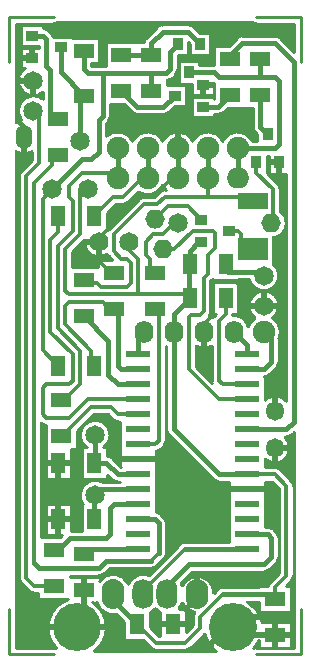
<source format=gtl>
%FSLAX25Y25*%
%MOIN*%
G70*
G01*
G75*
G04 Layer_Physical_Order=1*
G04 Layer_Color=255*
%ADD10C,0.01000*%
%ADD11R,0.03937X0.03347*%
%ADD12R,0.03937X0.03347*%
%ADD13R,0.07000X0.05000*%
%ADD14R,0.05000X0.07000*%
%ADD15R,0.10000X0.05500*%
%ADD16R,0.10000X0.07500*%
%ADD17R,0.06500X0.05000*%
%ADD18R,0.03347X0.03937*%
%ADD19R,0.03347X0.03937*%
%ADD20R,0.05000X0.06500*%
%ADD21R,0.08465X0.02362*%
%ADD22C,0.01250*%
%ADD23C,0.01500*%
%ADD24C,0.02000*%
%ADD25C,0.06500*%
%ADD26O,0.05500X0.08000*%
%ADD27O,0.06250X0.07500*%
%ADD28C,0.07500*%
%ADD29O,0.06500X0.06250*%
%ADD30O,0.06250X0.06500*%
%ADD31O,0.07500X0.07000*%
%ADD32O,0.06500X0.06250*%
%ADD33O,0.06000X0.06500*%
%ADD34O,0.07500X0.10000*%
%ADD35C,0.16000*%
%ADD36O,0.07000X0.10000*%
D10*
X613375Y333000D02*
G03*
X614071Y331321I2375J0D01*
G01*
X613375Y333000D02*
G03*
X614071Y331321I2375J0D01*
G01*
X616821Y328571D02*
G03*
X618500Y327875I1679J1679D01*
G01*
X616821Y328571D02*
G03*
X618500Y327875I1679J1679D01*
G01*
X629750Y325777D02*
G03*
X625899Y309562I3000J-9277D01*
G01*
D02*
G03*
X625000Y309750I-899J-2063D01*
G01*
X638499Y308625D02*
G03*
X642500Y316500I-5749J7875D01*
G01*
D02*
G03*
X637946Y324750I-9750J0D01*
G01*
X639459D02*
G03*
X645853Y320862I5291J1500D01*
G01*
X649835Y330846D02*
G03*
X640250Y331912I-5085J-2096D01*
G01*
X640000Y333750D02*
G03*
X641768Y334482I0J2500D01*
G01*
X640000Y333750D02*
G03*
X641768Y334482I0J2500D01*
G01*
X657321Y309571D02*
G03*
X659000Y308875I1679J1679D01*
G01*
X657321Y309571D02*
G03*
X659000Y308875I1679J1679D01*
G01*
X656747Y333856D02*
G03*
X649835Y330846I-1997J-4856D01*
G01*
X657000Y321257D02*
G03*
X658856Y322729I-2250J4743D01*
G01*
D02*
G03*
X660500Y321507I3894J3521D01*
G01*
X641171Y365000D02*
G03*
X634659Y357750I-2421J-4375D01*
G01*
X644482Y365732D02*
G03*
X646250Y365000I1768J1768D01*
G01*
X644482Y365732D02*
G03*
X646250Y365000I1768J1768D01*
G01*
X644268Y373018D02*
G03*
X642750Y373738I-1768J-1768D01*
G01*
X643750Y380625D02*
G03*
X635924Y376500I-5000J0D01*
G01*
X641576D02*
G03*
X643750Y380625I-2826J4125D01*
G01*
X644268Y373018D02*
G03*
X642750Y373738I-1768J-1768D01*
G01*
X657500Y336250D02*
G03*
X659731Y337623I0J2500D01*
G01*
X660518Y354268D02*
G03*
X659024Y354985I-1768J-1768D01*
G01*
X660518Y354268D02*
G03*
X659024Y354985I-1768J-1768D01*
G01*
X659024Y375141D02*
G03*
X660429Y375821I-274J2359D01*
G01*
X659024Y375141D02*
G03*
X660429Y375821I-274J2359D01*
G01*
X620821Y384571D02*
G03*
X622250Y383888I1679J1679D01*
G01*
X620821Y384571D02*
G03*
X622250Y383888I1679J1679D01*
G01*
X614071Y468679D02*
G03*
X613375Y467000I1679J-1679D01*
G01*
X614071Y468679D02*
G03*
X613375Y467000I1679J-1679D01*
G01*
X614182Y485675D02*
G03*
X612375Y484905I818J-4425D01*
G01*
Y475095D02*
G03*
X617625Y475095I2625J3655D01*
G01*
X618125Y493750D02*
G03*
X614182Y485675I0J-5000D01*
G01*
X615244Y502837D02*
G03*
X618125Y493750I2881J-4087D01*
G01*
X621260Y492645D02*
G03*
X618125Y493750I-3135J-3895D01*
G01*
D02*
G03*
X621260Y494855I0J5000D01*
G01*
X623028Y515508D02*
G03*
X621494Y516229I-1768J-1768D01*
G01*
X623028Y515508D02*
G03*
X621494Y516229I-1768J-1768D01*
G01*
X624823Y513423D02*
G03*
X624268Y514268I-2323J-923D01*
G01*
X624823Y513423D02*
G03*
X624268Y514268I-2323J-923D01*
G01*
X625000Y517750D02*
G03*
X626414Y518250I0J2250D01*
G01*
X635142Y445533D02*
G03*
X635125Y445125I4858J-408D01*
G01*
Y444875D02*
G03*
X642831Y440906I4875J0D01*
G01*
X643083Y448902D02*
G03*
X642750Y449150I-3083J-3777D01*
G01*
X642831Y440906D02*
G03*
X643321Y440196I2169J969D01*
G01*
X644571Y385821D02*
G03*
X646250Y385125I1679J1679D01*
G01*
X642831Y440906D02*
G03*
X643321Y440196I2169J969D01*
G01*
Y449179D02*
G03*
X643083Y448902I1679J-1679D01*
G01*
X643321Y449179D02*
G03*
X643083Y448902I1679J-1679D01*
G01*
X644571Y385821D02*
G03*
X646250Y385125I1679J1679D01*
G01*
X648125Y457625D02*
G03*
X649804Y458321I0J2375D01*
G01*
X648125Y457625D02*
G03*
X649804Y458321I0J2375D01*
G01*
X655125Y460000D02*
G03*
X653446Y459304I0J-2375D01*
G01*
X655125Y460000D02*
G03*
X653446Y459304I0J-2375D01*
G01*
X651250Y478541D02*
G03*
X642500Y480273I-5000J-2291D01*
G01*
X643018Y485107D02*
G03*
X643750Y486875I-1768J1768D01*
G01*
X643018Y485107D02*
G03*
X643750Y486875I-1768J1768D01*
G01*
X650982Y488232D02*
G03*
X652750Y487500I1768J1768D01*
G01*
X653174Y461690D02*
G03*
X661250Y463959I3076J4560D01*
G01*
Y478541D02*
G03*
X651250Y478541I-5000J-2291D01*
G01*
X650982Y488232D02*
G03*
X652750Y487500I1768J1768D01*
G01*
X655732Y513018D02*
G03*
X655013Y511500I1768J-1768D01*
G01*
X655732Y513018D02*
G03*
X655013Y511500I1768J-1768D01*
G01*
X668750Y308875D02*
G03*
X670429Y309571I0J2375D01*
G01*
X668750Y308875D02*
G03*
X670429Y309571I0J2375D01*
G01*
X666663Y322750D02*
G03*
X667761Y324685I-3913J3500D01*
G01*
Y330315D02*
G03*
X667338Y331302I-5011J-1565D01*
G01*
X667761Y324685D02*
G03*
X671957Y321557I4989J2316D01*
G01*
D02*
G03*
X671375Y320000I1793J-1558D01*
G01*
X671957Y321557D02*
G03*
X671375Y320000I1793J-1558D01*
G01*
X678250Y328000D02*
G03*
X667761Y330315I-5500J0D01*
G01*
X692500Y309750D02*
G03*
X691601Y309562I0J-2250D01*
G01*
X675234Y314375D02*
G03*
X679001Y308625I9516J2125D01*
G01*
X691601Y309562D02*
G03*
X693500Y312199I-6851J6938D01*
G01*
X694342Y318250D02*
G03*
X689526Y325000I-9592J-1750D01*
G01*
X681250Y330000D02*
G03*
X679019Y328627I0J-2500D01*
G01*
X661127Y339019D02*
G03*
X662500Y341250I-1127J2231D01*
G01*
X668750Y345000D02*
G03*
X666519Y343627I0J-2500D01*
G01*
X662500Y351250D02*
G03*
X661768Y353018I-2500J0D01*
G01*
X662500Y351250D02*
G03*
X661768Y353018I-2500J0D01*
G01*
X661679Y377071D02*
G03*
X662375Y378750I-1679J1679D01*
G01*
X661679Y377071D02*
G03*
X662375Y378750I-1679J1679D01*
G01*
X662500Y382500D02*
G03*
X663232Y380732I2500J0D01*
G01*
X662500Y382500D02*
G03*
X663232Y380732I2500J0D01*
G01*
X677625Y398750D02*
G03*
X677700Y398159I2375J0D01*
G01*
X677625Y398750D02*
G03*
X677700Y398159I2375J0D01*
G01*
X678232Y365732D02*
G03*
X680000Y365000I1768J1768D01*
G01*
X678232Y365732D02*
G03*
X680000Y365000I1768J1768D01*
G01*
X697071Y331679D02*
G03*
X696388Y330250I1679J-1679D01*
G01*
X697071Y331679D02*
G03*
X696388Y330250I1679J-1679D01*
G01*
X695000Y335000D02*
G03*
X696768Y335732I0J2500D01*
G01*
X695000Y335000D02*
G03*
X696768Y335732I0J2500D01*
G01*
X698018Y349268D02*
G03*
X696250Y350000I-1768J-1768D01*
G01*
X698018Y349268D02*
G03*
X696250Y350000I-1768J-1768D01*
G01*
X699268Y338232D02*
G03*
X700000Y340000I-1768J1768D01*
G01*
X699268Y338232D02*
G03*
X700000Y340000I-1768J1768D01*
G01*
Y346250D02*
G03*
X699268Y348018I-2500J0D01*
G01*
X700000Y346250D02*
G03*
X699268Y348018I-2500J0D01*
G01*
X704179Y332071D02*
G03*
X704875Y333750I-1679J1679D01*
G01*
X704179Y332071D02*
G03*
X704875Y333750I-1679J1679D01*
G01*
X695441Y372592D02*
G03*
X703500Y376000I3309J3408D01*
G01*
X695000Y400000D02*
G03*
X695441Y400039I0J2500D01*
G01*
X695000Y400000D02*
G03*
X695441Y400039I0J2500D01*
G01*
D02*
G03*
X696768Y400732I-441J2461D01*
G01*
X695441Y400039D02*
G03*
X696768Y400732I-441J2461D01*
G01*
X702500Y391915D02*
G03*
X695441Y392408I-3750J-2915D01*
G01*
X700429Y369179D02*
G03*
X698750Y369875I-1679J-1679D01*
G01*
X700429Y369179D02*
G03*
X698750Y369875I-1679J-1679D01*
G01*
X704875Y363750D02*
G03*
X704179Y365429I-2375J0D01*
G01*
X704875Y363750D02*
G03*
X704179Y365429I-2375J0D01*
G01*
X699268Y403232D02*
G03*
X700000Y405000I-1768J1768D01*
G01*
X699268Y403232D02*
G03*
X700000Y405000I-1768J1768D01*
G01*
X703500Y376500D02*
G03*
X701961Y380000I-4750J0D01*
G01*
X702500D02*
G03*
X704268Y380732I0J2500D01*
G01*
X702500Y380000D02*
G03*
X704268Y380732I0J2500D01*
G01*
X661875Y462375D02*
G03*
X660196Y461679I0J-2375D01*
G01*
X661875Y462375D02*
G03*
X660196Y461679I0J-2375D01*
G01*
X661250Y463959D02*
G03*
X662347Y462375I5000J2291D01*
G01*
X672375Y410267D02*
G03*
X677625Y410267I2625J4108D01*
G01*
X671250Y478541D02*
G03*
X661250Y478541I-5000J-2291D01*
G01*
X681250D02*
G03*
X671250Y478541I-5000J-2291D01*
G01*
X661526Y487500D02*
G03*
X663293Y488232I0J2500D01*
G01*
X661526Y487500D02*
G03*
X663293Y488232I0J2500D01*
G01*
X677791Y419622D02*
G03*
X676684Y420200I-2791J-3997D01*
G01*
D02*
G03*
X677375Y421875I-1684J1675D01*
G01*
X676684Y420200D02*
G03*
X677375Y421875I-1684J1675D01*
G01*
X678321Y420429D02*
G03*
X677791Y419622I1679J-1679D01*
G01*
X678321Y420429D02*
G03*
X677791Y419622I1679J-1679D01*
G01*
X679760Y487510D02*
G03*
X681528Y488242I0J2500D01*
G01*
X679760Y487510D02*
G03*
X681528Y488242I0J2500D01*
G01*
X662750Y498763D02*
G03*
X664268Y499482I-250J2488D01*
G01*
X662750Y498763D02*
G03*
X664268Y499482I-250J2488D01*
G01*
X665518Y500732D02*
G03*
X666250Y502500I-1768J1768D01*
G01*
X665518Y500732D02*
G03*
X666250Y502500I-1768J1768D01*
G01*
X661250Y517500D02*
G03*
X659482Y516768I0J-2500D01*
G01*
X661250Y517500D02*
G03*
X659482Y516768I0J-2500D01*
G01*
X671482D02*
G03*
X669714Y517500I-1768J-1768D01*
G01*
X671482Y516768D02*
G03*
X669714Y517500I-1768J-1768D01*
G01*
X689761Y416674D02*
G03*
X684568Y420481I-4761J-1049D01*
G01*
D02*
G03*
X684625Y421000I-2317J519D01*
G01*
X684568Y420481D02*
G03*
X684625Y421000I-2317J519D01*
G01*
X700500Y415000D02*
G03*
X697897Y419675I-5500J0D01*
G01*
X692103D02*
G03*
X689761Y416674I2897J-4675D01*
G01*
X695000Y428750D02*
G03*
X692103Y419675I0J-5000D01*
G01*
X697897D02*
G03*
X700000Y423750I-2897J4075D01*
G01*
D02*
G03*
X695000Y428750I-5000J0D01*
G01*
X690159Y432500D02*
G03*
X695000Y428750I4841J1250D01*
G01*
D02*
G03*
X700000Y433750I0J5000D01*
G01*
D02*
G03*
X698000Y437750I-5000J0D01*
G01*
X700000Y412709D02*
G03*
X700500Y415000I-5000J2291D01*
G01*
X698000Y446389D02*
G03*
X702500Y451250I-375J4861D01*
G01*
X691149Y478750D02*
G03*
X681250Y478541I-4899J-2500D01*
G01*
X691250Y483474D02*
G03*
X691982Y481707I2500J0D01*
G01*
X691250Y483474D02*
G03*
X691982Y481707I2500J0D01*
G01*
X687750Y513750D02*
G03*
X685982Y513018I0J-2500D01*
G01*
X687750Y513750D02*
G03*
X685982Y513018I0J-2500D01*
G01*
X691086Y518250D02*
G03*
X692500Y517750I1414J1750D01*
G01*
X700500Y462500D02*
G03*
X699804Y464179I-2375J0D01*
G01*
X702500Y451250D02*
G03*
X700500Y455187I-4875J0D01*
G01*
Y462500D02*
G03*
X699804Y464179I-2375J0D01*
G01*
X700518Y513018D02*
G03*
X698750Y513750I-1768J-1768D01*
G01*
X700518Y513018D02*
G03*
X698750Y513750I-1768J-1768D01*
G01*
X610000Y520000D02*
X625000D01*
X610000Y505000D02*
Y520000D01*
X707500Y505000D02*
Y520000D01*
X692500D02*
X707500D01*
X692500Y307500D02*
X707500D01*
Y322500D01*
X610000Y307500D02*
Y322500D01*
Y307500D02*
X625000D01*
X612375Y314000D02*
X623326D01*
X612375Y316000D02*
X623013D01*
X612375Y315000D02*
X623116D01*
X612375Y317000D02*
X623013D01*
X612375Y326000D02*
X619750D01*
X612375Y327000D02*
X619750D01*
X612375Y328000D02*
X617740D01*
X612375Y330000D02*
X615391D01*
X612375Y329000D02*
X616391D01*
X614000Y309750D02*
Y331394D01*
X615000Y309750D02*
Y330391D01*
X616000Y309750D02*
Y329391D01*
X614071Y331321D02*
X616821Y328571D01*
X612375Y309750D02*
X625000D01*
X612375Y311000D02*
X624699D01*
X612375Y310000D02*
X625483D01*
X612375Y312000D02*
X624101D01*
X612375Y318000D02*
X623116D01*
X612375Y313000D02*
X623650D01*
X612375Y319000D02*
X623326D01*
X612375Y320000D02*
X623650D01*
X612375Y321000D02*
X624101D01*
X612375Y322000D02*
X624699D01*
X612375Y323000D02*
X625483D01*
X612375Y324000D02*
X626520D01*
X612375Y325000D02*
X627974D01*
X612375Y333000D02*
X613375D01*
X612375Y334000D02*
X613375D01*
X612375Y335000D02*
X613375D01*
X612375Y336000D02*
X613375D01*
X612375Y337000D02*
X613375D01*
X612375Y338000D02*
X613375D01*
X612375Y339000D02*
X613375D01*
X612375Y340000D02*
X613375D01*
X612375Y341000D02*
X613375D01*
X612375Y342000D02*
X613375D01*
X612375Y343000D02*
X613375D01*
X612375Y344000D02*
X613375D01*
X612375Y345000D02*
X613375D01*
X612375Y331000D02*
X614391D01*
X612375Y346000D02*
X613375D01*
X612375Y332000D02*
X613596D01*
X612375Y347000D02*
X613375D01*
X612375Y348000D02*
X613375D01*
X612375Y349000D02*
X613375D01*
X612375Y350000D02*
X613375D01*
X612375Y351000D02*
X613375D01*
X612375Y352000D02*
X613375D01*
X612375Y353000D02*
X613375D01*
X612375Y354000D02*
X613375D01*
X620000Y309750D02*
Y326000D01*
X621000Y309750D02*
Y326000D01*
X622000Y309750D02*
Y326000D01*
X623000Y309750D02*
Y316500D01*
Y326000D01*
X624000Y309750D02*
Y312199D01*
X617000Y309750D02*
Y328409D01*
X618000Y309750D02*
Y327928D01*
X619000Y309750D02*
Y327875D01*
X619750Y326000D02*
Y327875D01*
X618500D02*
X619750D01*
X624000Y320801D02*
Y326000D01*
X625000Y309750D02*
Y310584D01*
Y322416D02*
Y326000D01*
X626000Y323536D02*
Y326000D01*
X627000Y324374D02*
Y326000D01*
X619750D02*
X629750D01*
X628000Y325015D02*
Y326000D01*
X629000Y325500D02*
Y326000D01*
X630250Y333250D02*
Y333750D01*
X631000Y333250D02*
Y333750D01*
X620750Y346500D02*
X626965D01*
X623000D02*
Y347250D01*
X624000Y346500D02*
Y347250D01*
X625000Y346500D02*
Y347250D01*
X626000Y346500D02*
Y347250D01*
X627000Y346535D02*
Y347250D01*
X620750Y348000D02*
X622250D01*
X620750Y349000D02*
X622250D01*
X620750Y350000D02*
X622250D01*
X620750Y351000D02*
X622250D01*
X620750Y352000D02*
X622250D01*
X620750Y353000D02*
X622250D01*
X626965Y346500D02*
X627714Y347250D01*
X620750Y347000D02*
X627464D01*
X622250Y347250D02*
X627714D01*
X632000Y333250D02*
Y333750D01*
X633000Y333250D02*
Y333750D01*
X634000Y333250D02*
Y333750D01*
X630750Y348750D02*
X634250D01*
X630750Y349000D02*
X634250D01*
X630750Y350000D02*
X634250D01*
X630750Y351000D02*
X634250D01*
X630750Y352000D02*
X634250D01*
X630750Y353000D02*
X634250D01*
X612375Y355000D02*
X613375D01*
X612375Y356000D02*
X613375D01*
X612375Y357000D02*
X613375D01*
X612375Y358000D02*
X613375D01*
X612375Y359000D02*
X613375D01*
X612375Y360000D02*
X613375D01*
X612375Y361000D02*
X613375D01*
X612375Y362000D02*
X613375D01*
X612375Y363000D02*
X613375D01*
X612375Y309750D02*
Y475095D01*
X613000Y309750D02*
Y474719D01*
X613375Y333000D02*
Y467000D01*
X612375Y364000D02*
X613375D01*
X620750Y354000D02*
X622250D01*
X620750Y355000D02*
X622250D01*
X620750Y356000D02*
X622250D01*
X620750Y357000D02*
X622250D01*
X620750Y359000D02*
X634021D01*
X620750Y358000D02*
X634494D01*
X620750Y360000D02*
X633789D01*
X612375Y365000D02*
X613375D01*
X612375Y366000D02*
X613375D01*
X620750Y361000D02*
X633764D01*
X620750Y362000D02*
X633943D01*
X620750Y366000D02*
X622250D01*
X620750Y363000D02*
X634350D01*
X612375Y367000D02*
X613375D01*
X612375Y368000D02*
X613375D01*
X612375Y369000D02*
X613375D01*
X612375Y370000D02*
X613375D01*
X612375Y371000D02*
X613375D01*
X612375Y372000D02*
X613375D01*
X612375Y373000D02*
X613375D01*
X612375Y374000D02*
X613375D01*
X612375Y375000D02*
X613375D01*
X612375Y376000D02*
X613375D01*
X612375Y377000D02*
X613375D01*
X612375Y378000D02*
X613375D01*
X612375Y379000D02*
X613375D01*
X620750Y367000D02*
X622250D01*
X620750Y368000D02*
X622250D01*
X620750Y369000D02*
X622250D01*
X620750Y370000D02*
X622250D01*
X620750Y371000D02*
X622250D01*
X620750Y372000D02*
X622250D01*
X620750Y373000D02*
X622250D01*
X612375Y380000D02*
X613375D01*
X620750Y374000D02*
X622250D01*
X620750Y375000D02*
X622250D01*
X620750Y376000D02*
X622250D01*
X620750Y377000D02*
X622250D01*
X620750Y378000D02*
X622250D01*
Y347250D02*
Y357750D01*
X623000D02*
Y366000D01*
X624000Y357750D02*
Y366000D01*
X625000Y357750D02*
Y366000D01*
X626000Y357750D02*
Y366000D01*
X620750Y346500D02*
Y384641D01*
X621000Y346500D02*
Y384409D01*
X622000Y346500D02*
Y383928D01*
X627000Y357750D02*
Y366000D01*
X628000Y357750D02*
Y366000D01*
X629000Y357750D02*
Y366000D01*
X630000Y357750D02*
Y366000D01*
X630750Y354000D02*
X634250D01*
X622250Y357750D02*
X630750D01*
Y355000D02*
X634250D01*
X630750Y348750D02*
Y357750D01*
Y356000D02*
X634250D01*
X630750Y357000D02*
X634250D01*
X631000Y348750D02*
Y376000D01*
X622250Y366000D02*
X630750D01*
X632000Y348750D02*
Y376000D01*
X633000Y348750D02*
Y382141D01*
X634000Y348750D02*
Y359064D01*
Y362186D02*
Y379064D01*
X634250Y348750D02*
Y357750D01*
X622250Y366000D02*
X630750D01*
X622250D02*
Y376000D01*
X630750Y366000D02*
Y376000D01*
X622250D02*
Y376500D01*
Y376000D02*
Y376500D01*
X620750Y379000D02*
X622250D01*
X630750Y376000D02*
X632750D01*
X630750D02*
X632750D01*
X622250Y376500D02*
Y383888D01*
X632750Y376000D02*
Y381891D01*
X630750Y366000D02*
X634250D01*
X630750Y367000D02*
X634250D01*
X630750Y368000D02*
X634250D01*
X630750Y369000D02*
X634250D01*
X630750Y370000D02*
X634250D01*
X630750Y371000D02*
X634250D01*
X630750Y372000D02*
X634250D01*
X630750Y373000D02*
X634250D01*
X630750Y374000D02*
X634250D01*
X630750Y375000D02*
X634250D01*
Y366000D02*
Y376500D01*
X632750Y376000D02*
X634250D01*
X632750Y379000D02*
X634021D01*
X632750Y378000D02*
X634494D01*
X639000Y308625D02*
Y309017D01*
X640000Y308625D02*
Y309981D01*
X641000Y308625D02*
Y311304D01*
X642000Y308625D02*
Y313418D01*
X641000Y321696D02*
Y322227D01*
X643000Y308625D02*
Y321036D01*
X644000Y308625D02*
Y320801D01*
X642000Y319582D02*
Y321487D01*
X641399Y321000D02*
X643111D01*
X638499Y308625D02*
X679001D01*
X640017Y310000D02*
X656891D01*
X638980Y309000D02*
X658240D01*
X640801Y311000D02*
X655891D01*
X641850Y313000D02*
X648500D01*
X641399Y312000D02*
X654891D01*
X642174Y314000D02*
X648500D01*
X641850Y320000D02*
X646714D01*
X642384Y315000D02*
X648500D01*
X642487Y316000D02*
X648500D01*
X642487Y317000D02*
X648500D01*
X642174Y319000D02*
X647715D01*
X642384Y318000D02*
X648500D01*
X638980Y324000D02*
X639731D01*
X637946Y324750D02*
X639459D01*
X640000Y323019D02*
Y323477D01*
X639000Y323983D02*
Y324750D01*
X640250Y331912D02*
Y333250D01*
X635000D02*
Y333750D01*
X636000Y333250D02*
Y333750D01*
X630250D02*
X640000D01*
X637000Y333250D02*
Y333750D01*
X638000Y333250D02*
Y333750D01*
X639000Y333250D02*
Y333750D01*
X640000Y333250D02*
Y333750D01*
X630250Y333250D02*
X640250D01*
Y333000D02*
X641259D01*
X640801Y322000D02*
X641259D01*
X641000Y332773D02*
Y333959D01*
X641090Y334000D02*
X643111D01*
X641768Y334482D02*
X643536Y336250D01*
X642000Y333513D02*
Y334715D01*
X643000Y333964D02*
Y335715D01*
X642285Y335000D02*
X657891D01*
X643286Y336000D02*
X658891D01*
X649000Y308625D02*
Y312250D01*
X650000Y308625D02*
Y312250D01*
X651000Y308625D02*
Y312250D01*
X652000Y308625D02*
Y312250D01*
X653000Y308625D02*
Y312250D01*
X655000Y308625D02*
Y311891D01*
X645000Y308625D02*
Y320756D01*
X646000Y308625D02*
Y320714D01*
X647000Y308625D02*
Y319714D01*
X648000Y308625D02*
Y318714D01*
X654000Y308625D02*
Y312250D01*
X648500D02*
Y318215D01*
Y312250D02*
X654641D01*
X656000Y308625D02*
Y310891D01*
X657000Y308625D02*
Y309891D01*
X658000Y308625D02*
Y309096D01*
X659000Y308875D02*
X668750D01*
X654641Y312250D02*
X657321Y309571D01*
X657000Y316609D02*
Y321257D01*
Y316609D02*
X659984Y313625D01*
X659000Y314609D02*
Y322576D01*
X658609Y315000D02*
X660500D01*
X658000Y315609D02*
Y321877D01*
X657609Y316000D02*
X660500D01*
X645853Y320862D02*
X648500Y318215D01*
X644000Y334199D02*
Y336250D01*
X645000Y334244D02*
Y336250D01*
X649187Y332000D02*
X650442D01*
X648241Y333000D02*
X651350D01*
X646389Y334000D02*
X653149D01*
X648000Y333187D02*
Y336250D01*
X646000Y334106D02*
Y336250D01*
X647000Y333769D02*
Y336250D01*
X649000Y332241D02*
Y336250D01*
X650000Y331236D02*
Y336250D01*
X651000Y332674D02*
Y336250D01*
X652000Y333472D02*
Y336250D01*
X657000Y317000D02*
X660500D01*
X657000Y318000D02*
X660500D01*
X657000Y319000D02*
X660500D01*
X657000Y316609D02*
Y321257D01*
Y320000D02*
X660500D01*
X658150Y322000D02*
X659668D01*
X657000Y321000D02*
X660500D01*
X653000Y333950D02*
Y336250D01*
X654000Y334196D02*
Y336250D01*
X655000Y334244D02*
Y336250D01*
X656351Y334000D02*
X656891D01*
X620750Y364000D02*
X635061D01*
X620750Y365000D02*
X636329D01*
X634250Y357750D02*
X634659D01*
X635000Y363932D02*
Y366000D01*
X636000Y364801D02*
Y366000D01*
X637000Y365309D02*
Y366000D01*
X638000Y365568D02*
Y366000D01*
X639000Y365619D02*
Y366000D01*
X641000Y365090D02*
Y366000D01*
X642000Y365000D02*
Y366000D01*
X640000Y365466D02*
Y366000D01*
X643000Y365000D02*
Y367214D01*
X643536Y336250D02*
X657500D01*
X641171Y365000D02*
X646250D01*
X641171D02*
X646250D01*
X645000D02*
Y365335D01*
X646250Y365000D02*
X647059D01*
X646250D02*
X647059D01*
X634250Y366000D02*
X642750D01*
X634250D02*
X642750D01*
X644214D01*
X644000Y365000D02*
Y366214D01*
X642750Y367464D02*
X644482Y365732D01*
X642750Y367000D02*
X643215D01*
X634250Y376500D02*
X635924D01*
X641576D02*
X642750D01*
Y366000D02*
Y367464D01*
Y373738D02*
Y376500D01*
X635000D02*
Y377318D01*
X632750Y377000D02*
X635306D01*
X643000Y373699D02*
Y377991D01*
X644000Y373250D02*
Y386391D01*
X642000Y376500D02*
Y376825D01*
X642750Y374000D02*
X647059D01*
X642750Y375000D02*
X647059D01*
X644268Y373018D02*
X647059Y370227D01*
X646285Y371000D02*
X647059D01*
X645286Y372000D02*
X647059D01*
X644285Y373000D02*
X647059D01*
X642750Y376000D02*
X647059D01*
X642194Y377000D02*
X647059D01*
X643006Y378000D02*
X647059D01*
X646000Y371286D02*
Y385138D01*
X647000Y370286D02*
Y385125D01*
X645000Y372286D02*
Y385481D01*
X643479Y379000D02*
X647059D01*
X656000Y334099D02*
Y336250D01*
X657000Y334109D02*
Y336250D01*
X658000Y335109D02*
Y336300D01*
X659000Y336109D02*
Y336750D01*
X659024Y354985D02*
Y355431D01*
Y354985D02*
Y355431D01*
Y360431D01*
X659024Y359569D02*
Y360431D01*
Y364569D01*
Y365431D01*
Y364569D02*
Y365431D01*
X656747Y333856D02*
X666519Y343627D01*
X659024Y355000D02*
X683476D01*
X659024Y356000D02*
X683476D01*
X659024Y357000D02*
X683476D01*
X659024Y358000D02*
X683476D01*
X659024Y359000D02*
X683476D01*
X659024Y360000D02*
X683476D01*
X659024Y361000D02*
X683476D01*
X659024Y362000D02*
X683476D01*
X659024Y363000D02*
X683476D01*
X659024Y365000D02*
X680000D01*
X659024Y364000D02*
X683476D01*
X647059Y370227D02*
X647286Y370000D01*
X659024Y365431D02*
Y369569D01*
Y370431D01*
Y369569D02*
Y370431D01*
X647059D02*
Y374569D01*
Y375431D01*
Y374569D02*
Y375431D01*
Y379569D01*
X659024Y370431D02*
Y374569D01*
X647059Y379569D02*
Y380431D01*
Y379569D02*
Y380431D01*
X659024Y366000D02*
X677964D01*
X659024Y368000D02*
X675964D01*
X659024Y367000D02*
X676965D01*
X659024Y370000D02*
X673965D01*
X659024Y369000D02*
X674965D01*
X659024Y372000D02*
X671965D01*
X659024Y371000D02*
X672964D01*
X659024Y373000D02*
X670964D01*
X659024Y375000D02*
X668964D01*
X659024Y374000D02*
X669965D01*
X659024Y374569D02*
Y375141D01*
Y374569D02*
Y375141D01*
X612375Y381000D02*
X613375D01*
X612375Y382000D02*
X613375D01*
X612375Y383000D02*
X613375D01*
X612375Y384000D02*
X613375D01*
X612375Y385000D02*
X613375D01*
X612375Y386000D02*
X613375D01*
X612375Y387000D02*
X613375D01*
X612375Y388000D02*
X613375D01*
X612375Y389000D02*
X613375D01*
X612375Y390000D02*
X613375D01*
X612375Y391000D02*
X613375D01*
X612375Y392000D02*
X613375D01*
X612375Y393000D02*
X613375D01*
X612375Y394000D02*
X613375D01*
X612375Y395000D02*
X613375D01*
X612375Y396000D02*
X613375D01*
X612375Y397000D02*
X613375D01*
X612375Y398000D02*
X613375D01*
X612375Y399000D02*
X613375D01*
X612375Y400000D02*
X613375D01*
X612375Y401000D02*
X613375D01*
X612375Y402000D02*
X613375D01*
X612375Y403000D02*
X613375D01*
X612375Y404000D02*
X613375D01*
X612375Y405000D02*
X613375D01*
X612375Y406000D02*
X613375D01*
X612375Y407000D02*
X613375D01*
X612375Y408000D02*
X613375D01*
X612375Y409000D02*
X613375D01*
X612375Y410000D02*
X613375D01*
X612375Y411000D02*
X613375D01*
X612375Y412000D02*
X613375D01*
X612375Y413000D02*
X613375D01*
X612375Y414000D02*
X613375D01*
X612375Y415000D02*
X613375D01*
X612375Y416000D02*
X613375D01*
X612375Y417000D02*
X613375D01*
X612375Y418000D02*
X613375D01*
X612375Y419000D02*
X613375D01*
X612375Y420000D02*
X613375D01*
X612375Y421000D02*
X613375D01*
X612375Y422000D02*
X613375D01*
X612375Y423000D02*
X613375D01*
X612375Y424000D02*
X613375D01*
X612375Y425000D02*
X613375D01*
X612375Y426000D02*
X613375D01*
X612375Y427000D02*
X613375D01*
X612375Y428000D02*
X613375D01*
X612375Y429000D02*
X613375D01*
X612375Y430000D02*
X613375D01*
X612375Y431000D02*
X613375D01*
X612375Y432000D02*
X613375D01*
X612375Y433000D02*
X613375D01*
X612375Y434000D02*
X613375D01*
X612375Y435000D02*
X613375D01*
X612375Y436000D02*
X613375D01*
X612375Y437000D02*
X613375D01*
X612375Y438000D02*
X613375D01*
X612375Y439000D02*
X613375D01*
X612375Y440000D02*
X613375D01*
X612375Y441000D02*
X613375D01*
X612375Y442000D02*
X613375D01*
X612375Y443000D02*
X613375D01*
X612375Y444000D02*
X613375D01*
X612375Y445000D02*
X613375D01*
X620750Y380000D02*
X622250D01*
X620750Y381000D02*
X622250D01*
X620750Y382000D02*
X622250D01*
X632750Y380000D02*
X633789D01*
X632750Y381000D02*
X633764D01*
X632859Y382000D02*
X633943D01*
X620750Y383000D02*
X622250D01*
X620750Y384000D02*
X621740D01*
X631125Y436500D02*
Y441516D01*
X632000Y436500D02*
Y442391D01*
X633000Y436500D02*
Y443391D01*
X612375Y446000D02*
X613375D01*
X612375Y447000D02*
X613375D01*
X612375Y448000D02*
X613375D01*
X612375Y449000D02*
X613375D01*
X612375Y450000D02*
X613375D01*
X612375Y451000D02*
X613375D01*
X612375Y452000D02*
X613375D01*
X612375Y453000D02*
X613375D01*
X612375Y454000D02*
X613375D01*
X612375Y455000D02*
X613375D01*
X612375Y456000D02*
X613375D01*
X612375Y457000D02*
X613375D01*
X612375Y458000D02*
X613375D01*
X612375Y459000D02*
X613375D01*
X612375Y460000D02*
X613375D01*
X612375Y461000D02*
X613375D01*
X612375Y462000D02*
X613375D01*
X612375Y463000D02*
X613375D01*
X612375Y464000D02*
X613375D01*
X612375Y465000D02*
X613375D01*
X612375Y466000D02*
X613375D01*
X612375Y467000D02*
X613375D01*
X612375Y468000D02*
X613596D01*
X612375Y469000D02*
X614391D01*
X612375Y470000D02*
X615391D01*
X612375Y487000D02*
X613441D01*
X612375Y486000D02*
X613949D01*
X614000Y468606D02*
Y474363D01*
X612375Y488000D02*
X613182D01*
X612375Y489000D02*
X613131D01*
X612375Y490000D02*
X613284D01*
X612375Y497000D02*
X613441D01*
X612375Y491000D02*
X613660D01*
X612375Y484905D02*
Y517750D01*
X613000Y485281D02*
Y517750D01*
X612375Y498000D02*
X613182D01*
X614000Y491576D02*
Y495924D01*
X612375Y471000D02*
X616391D01*
X612375Y472000D02*
X617391D01*
X612375Y473000D02*
X617625D01*
X614071Y468679D02*
X617625Y472234D01*
X612375Y474000D02*
X617625D01*
X612375Y492000D02*
X614325D01*
X612375Y493000D02*
X615491D01*
X612375Y494000D02*
X616564D01*
X612375Y496000D02*
X613949D01*
X612375Y495000D02*
X614818D01*
X612375Y499000D02*
X613131D01*
X612375Y500000D02*
X613284D01*
X612375Y501000D02*
X613660D01*
X612375Y503000D02*
X614057D01*
X612375Y504000D02*
X614057D01*
X612375Y505000D02*
X614057D01*
X612375Y506000D02*
X614057D01*
X612375Y507000D02*
X614057D01*
X612375Y508000D02*
X614057D01*
Y502837D02*
Y509683D01*
X612375Y509000D02*
X614057D01*
X614057Y510317D02*
Y517163D01*
X612375Y511000D02*
X614057D01*
X612375Y502000D02*
X614325D01*
X612375Y510000D02*
X620000D01*
X614057Y502837D02*
X615244D01*
X614057Y509683D02*
X620000D01*
X614057Y510317D02*
X620000D01*
X612375Y512000D02*
X614057D01*
X612375Y513000D02*
X614057D01*
X612375Y514000D02*
X614057D01*
X612375Y515000D02*
X614057D01*
X612375Y516000D02*
X614057D01*
X612375Y517000D02*
X614057D01*
X612375Y517750D02*
X625000D01*
X615000Y469609D02*
Y474250D01*
X616000Y470609D02*
Y474363D01*
X617000Y471609D02*
Y474719D01*
X616000Y493276D02*
Y494224D01*
X617625Y472234D02*
Y475095D01*
X615000Y492653D02*
Y494847D01*
X614000Y501576D02*
Y517750D01*
X615000Y509683D02*
Y510317D01*
X616000Y509683D02*
Y510317D01*
X617000Y509683D02*
Y510317D01*
X618000Y509683D02*
Y510317D01*
X620000Y493385D02*
Y494115D01*
X619686Y494000D02*
X621260D01*
Y492645D02*
Y494855D01*
X621000Y492841D02*
Y494659D01*
X620759Y493000D02*
X621260D01*
X619000Y509683D02*
Y510317D01*
X620000Y509683D02*
Y510317D01*
Y509683D02*
Y510317D01*
X630943Y513000D02*
Y513423D01*
X631000Y513000D02*
Y518250D01*
X614057Y517163D02*
X621494D01*
X615000D02*
Y517750D01*
X616000Y517163D02*
Y517750D01*
X621494Y516229D02*
Y517163D01*
X617000D02*
Y517750D01*
X618000Y517163D02*
Y517750D01*
X619000Y517163D02*
Y517750D01*
X622000Y516128D02*
Y517750D01*
X623000Y515535D02*
Y517750D01*
X620000Y517163D02*
Y517750D01*
X621000Y517163D02*
Y517750D01*
X624000Y514536D02*
Y517750D01*
X623028Y515508D02*
X624268Y514268D01*
X624823Y513423D02*
X630943D01*
X625000D02*
Y517750D01*
X626000Y513423D02*
Y517984D01*
X627000Y513423D02*
Y518250D01*
X628000Y513423D02*
Y518250D01*
X632000Y513000D02*
Y518250D01*
X633000Y513000D02*
Y518250D01*
X629000Y513423D02*
Y518250D01*
X630000Y513423D02*
Y518250D01*
X634000Y382186D02*
Y383141D01*
X633859Y383000D02*
X634350D01*
X635859Y385000D02*
X636329D01*
X636000Y384801D02*
Y385141D01*
X637000Y385309D02*
Y386141D01*
X638000Y385568D02*
Y387141D01*
X632750Y381891D02*
X638359Y387500D01*
X634000Y436500D02*
Y444391D01*
X635000Y436500D02*
Y445391D01*
X636000Y436500D02*
Y442088D01*
X639000Y385619D02*
Y387500D01*
X637000Y436500D02*
Y441032D01*
X638000Y436500D02*
Y440429D01*
X640000Y385466D02*
Y387500D01*
X637859Y387000D02*
X643391D01*
X636859Y386000D02*
X644391D01*
X643000Y383259D02*
Y387391D01*
X642439Y384000D02*
X647059D01*
X641171Y385000D02*
X647059D01*
X638359Y387500D02*
X642891D01*
X631125Y436500D02*
X639750D01*
X631125Y437000D02*
X639750D01*
X641000Y385090D02*
Y387500D01*
X642000Y384425D02*
Y387500D01*
X639000Y436500D02*
Y440104D01*
X639750Y436500D02*
Y439000D01*
X631125Y438000D02*
X639750D01*
X631125Y439000D02*
X639750D01*
X631125Y440000D02*
X640000D01*
Y439000D02*
Y440000D01*
X631125Y441000D02*
X637042D01*
X641000Y439000D02*
Y440104D01*
X631125Y441516D02*
X635142Y445533D01*
X632609Y443000D02*
X635500D01*
X631609Y442000D02*
X636063D01*
X633609Y444000D02*
X635204D01*
X639750Y439000D02*
X644516D01*
X639750D02*
X644516D01*
X642000D02*
Y440429D01*
X640000Y440000D02*
X643516D01*
X642750Y450000D02*
X644141D01*
X642750Y451000D02*
X645141D01*
X642750Y452000D02*
X646141D01*
X642750Y449150D02*
Y454641D01*
Y453000D02*
X647141D01*
X642750Y454641D02*
X645734Y457625D01*
X642750Y454000D02*
X648141D01*
X642891Y387500D02*
X644571Y385821D01*
X643000Y439000D02*
Y440594D01*
X644000Y439000D02*
Y439516D01*
X643321Y440196D02*
X644516Y439000D01*
X643000Y448968D02*
Y454891D01*
X644000Y449859D02*
Y455891D01*
X645000Y450859D02*
Y456891D01*
X646000Y451859D02*
Y457625D01*
X643711Y380000D02*
X647059D01*
X643557Y382000D02*
X647059D01*
X643150Y383000D02*
X647059D01*
Y380431D02*
Y384569D01*
X643736Y381000D02*
X647059D01*
Y384569D02*
Y385125D01*
X646250D02*
X647059D01*
X643321Y449179D02*
X653446Y459304D01*
X647059Y384569D02*
Y385125D01*
X647000Y452859D02*
Y457625D01*
X648000Y453859D02*
Y457625D01*
X649000Y454859D02*
Y457792D01*
X643109Y455000D02*
X649141D01*
X644109Y456000D02*
X650141D01*
X645109Y457000D02*
X651141D01*
X645734Y457625D02*
X648125D01*
X649406Y458000D02*
X652141D01*
X650000Y455859D02*
Y458516D01*
X649804Y458321D02*
X653174Y461690D01*
X651000Y456859D02*
Y459516D01*
X652000Y457859D02*
Y460516D01*
X653000Y458859D02*
Y461516D01*
X650484Y459000D02*
X653141D01*
X651484Y460000D02*
X655125D01*
X658516D01*
X655125D02*
X658516D01*
X656000D02*
Y460756D01*
X657000Y460000D02*
Y460801D01*
X654000Y459717D02*
Y461231D01*
X652484Y461000D02*
X654611D01*
X655000Y459997D02*
Y460894D01*
X658000Y460000D02*
Y461036D01*
X658516Y460000D02*
X660196Y461679D01*
X659000Y460484D02*
Y461487D01*
X657889Y461000D02*
X659516D01*
X637500Y503750D02*
X641250D01*
X637500D02*
Y504500D01*
Y504000D02*
X642250D01*
X642500Y480273D02*
Y484589D01*
X638000Y503750D02*
Y504500D01*
X641250Y503750D02*
X642250D01*
X639000D02*
Y504500D01*
X640000Y503750D02*
Y504500D01*
X637500D02*
X640000D01*
X641000Y503750D02*
Y518250D01*
X642000Y503750D02*
Y518250D01*
X640000Y504500D02*
Y513000D01*
X642250Y503750D02*
Y511500D01*
X642500Y481000D02*
X643477D01*
X642500Y482000D02*
X691731D01*
X643000Y480687D02*
Y485089D01*
X642500Y483000D02*
X691295D01*
X642500Y484000D02*
X691250D01*
X642500Y484589D02*
X643018Y485107D01*
X642910Y485000D02*
X691250D01*
X643592Y486000D02*
X691250D01*
X643750Y488000D02*
X651250D01*
X643750Y487000D02*
X671006D01*
X640000Y505000D02*
X642250D01*
X630943Y513000D02*
X640000D01*
X630943D02*
X640000D01*
Y504500D02*
Y513000D01*
Y506000D02*
X642250D01*
X640000Y507000D02*
X642250D01*
X634000Y513000D02*
Y518250D01*
X635000Y513000D02*
Y518250D01*
X636000Y513000D02*
Y518250D01*
X637000Y513000D02*
Y518250D01*
X638000Y513000D02*
Y518250D01*
X639000Y513000D02*
Y518250D01*
X640000Y513000D02*
Y518250D01*
Y508000D02*
X642250D01*
X640000Y509000D02*
X642250D01*
X640000Y510000D02*
X642250D01*
X640000Y511000D02*
X642250D01*
Y511500D02*
X652250D01*
X640000Y512000D02*
X655115D01*
X640000Y513000D02*
X655715D01*
X623535Y515000D02*
X657715D01*
X622329Y516000D02*
X658714D01*
X621494Y517000D02*
X659750D01*
X643000Y511500D02*
Y518250D01*
X624500Y514000D02*
X656714D01*
X626414Y518250D02*
X691086D01*
X626031Y518000D02*
X691469D01*
X651013Y479000D02*
X651487D01*
X650000Y480273D02*
Y489215D01*
X650273Y480000D02*
X652227D01*
X651000Y479023D02*
Y488215D01*
X652000Y479741D02*
Y487615D01*
X644000Y481269D02*
Y491000D01*
X643750Y486875D02*
Y491000D01*
X645000Y481606D02*
Y491000D01*
X648000Y481464D02*
Y491000D01*
X649000Y481013D02*
Y490214D01*
X646000Y481744D02*
Y491000D01*
X647000Y481699D02*
Y491000D01*
X649023Y481000D02*
X653477D01*
X653000Y480687D02*
Y487500D01*
X654000Y481269D02*
Y487500D01*
X659023Y481000D02*
X663477D01*
X655000Y481606D02*
Y487500D01*
X652750D02*
X661526D01*
X658000Y481464D02*
Y487500D01*
X659000Y481013D02*
Y487500D01*
X656000Y481744D02*
Y487500D01*
X657000Y481699D02*
Y487500D01*
X643750Y489000D02*
X650214D01*
X643750Y491000D02*
X648214D01*
X643750Y490000D02*
X649215D01*
X648214Y491000D02*
X650982Y488232D01*
X644000Y511500D02*
Y518250D01*
X643750Y491000D02*
X648214D01*
X645000Y511500D02*
Y518250D01*
X646000Y511500D02*
Y518250D01*
X647000Y511500D02*
Y518250D01*
X648000Y511500D02*
Y518250D01*
X649000Y511500D02*
Y518250D01*
X650000Y511500D02*
Y518250D01*
X651000Y511500D02*
Y518250D01*
X652250Y511500D02*
X652750D01*
X652000D02*
Y518250D01*
X652250Y511500D02*
X652750D01*
X655013D01*
X655732Y513018D02*
X659482Y516768D01*
X653000Y511500D02*
Y518250D01*
X654000Y511500D02*
Y518250D01*
X655000Y511500D02*
Y518250D01*
X656000Y513285D02*
Y518250D01*
X657000Y514286D02*
Y518250D01*
X658000Y515285D02*
Y518250D01*
X659000Y516286D02*
Y518250D01*
X659984Y313625D02*
X660500D01*
X659609Y314000D02*
X660500D01*
X670000Y308625D02*
Y309231D01*
X669000Y316000D02*
X670141D01*
X660000Y313625D02*
Y321778D01*
X660500Y313625D02*
Y321507D01*
X669000Y314859D02*
Y322750D01*
Y314859D02*
Y322750D01*
X670000Y315859D02*
Y322237D01*
X671000Y308625D02*
Y310141D01*
X670859Y310000D02*
X677483D01*
X669510Y309000D02*
X678520D01*
X672000Y308625D02*
Y311141D01*
X672859Y312000D02*
X676101D01*
X671859Y311000D02*
X676699D01*
X669000Y314859D02*
X671375Y317234D01*
X669000Y317000D02*
X671141D01*
X669000Y318000D02*
X671375D01*
X673000Y308625D02*
Y312141D01*
X670429Y309571D02*
X675234Y314375D01*
X671000Y316859D02*
Y321786D01*
X671375Y317234D02*
Y320000D01*
X666663Y322750D02*
X669000D01*
X667000D02*
Y323168D01*
X666873Y323000D02*
X668975D01*
X669000Y322000D02*
X670459D01*
X668000Y322750D02*
Y324227D01*
X667493Y324000D02*
X668140D01*
X667493Y331000D02*
X668140D01*
X668000Y330773D02*
Y331964D01*
X668036Y332000D02*
X668975D01*
X669000Y332023D02*
Y332964D01*
X670000Y332763D02*
Y333964D01*
X669000Y319000D02*
X671375D01*
X669000Y320000D02*
X671375D01*
X669000Y321000D02*
X671596D01*
X669035Y333000D02*
X670459D01*
X667338Y331302D02*
X671035Y335000D01*
X671000Y333214D02*
Y334964D01*
X672000Y333449D02*
Y335000D01*
X673000Y333494D02*
Y335000D01*
X676000Y308625D02*
Y312199D01*
X673859Y313000D02*
X675650D01*
X677000Y308625D02*
Y310584D01*
X678000Y308625D02*
Y309464D01*
X693000Y309750D02*
Y311304D01*
X674000Y308625D02*
Y313141D01*
X675000Y308625D02*
Y314141D01*
X674859Y314000D02*
X675326D01*
X693000Y321696D02*
Y325000D01*
X691000Y323983D02*
Y325000D01*
X692000Y323019D02*
Y325000D01*
X692500Y309750D02*
X693500D01*
X692017Y310000D02*
X693500D01*
Y309750D02*
Y312199D01*
X692801Y311000D02*
X693500D01*
X694000Y319582D02*
Y321750D01*
X690980Y324000D02*
X693500D01*
X689526Y325000D02*
X693500D01*
Y321750D02*
Y325000D01*
X695000Y318250D02*
Y321750D01*
X692801Y322000D02*
X693500D01*
X692017Y323000D02*
X693500D01*
X677874Y330000D02*
X681250D01*
X674000Y333356D02*
Y335000D01*
X675000Y333019D02*
Y335000D01*
X678250Y327859D02*
X679019Y328627D01*
X678158Y329000D02*
X679250D01*
X678000Y329639D02*
Y335000D01*
X676000Y332437D02*
Y335000D01*
X677000Y331491D02*
Y335000D01*
X679000Y328609D02*
Y335000D01*
X680000Y329665D02*
Y335000D01*
X681000Y329988D02*
Y335000D01*
X682000Y330000D02*
Y335000D01*
X681250Y330000D02*
X693500D01*
X683000D02*
Y335000D01*
X684000Y330000D02*
Y335000D01*
X685000Y330000D02*
Y335000D01*
X689526Y325000D02*
X693500D01*
X686000Y330000D02*
Y335000D01*
X687000Y330000D02*
Y335000D01*
X688000Y330000D02*
Y335000D01*
X689000Y330000D02*
Y335000D01*
X690000Y330000D02*
Y335000D01*
X691000Y330000D02*
Y335000D01*
X692000Y330000D02*
Y335000D01*
X693000Y330000D02*
Y335000D01*
X694000Y330250D02*
Y335000D01*
X659285Y337000D02*
X659891D01*
X660000Y337109D02*
Y337891D01*
X659731Y337623D02*
X661127Y339019D01*
X660109Y338000D02*
X660891D01*
X661000Y338109D02*
Y338891D01*
X661109Y339000D02*
X661891D01*
X662000Y339109D02*
Y339750D01*
X662165Y340000D02*
X662891D01*
X663000Y340109D02*
Y381000D01*
X662488Y341000D02*
X663891D01*
X662500Y341250D02*
Y351250D01*
X664000Y341109D02*
Y379964D01*
X662500Y342000D02*
X664891D01*
X662500Y343000D02*
X665891D01*
X662500Y344000D02*
X666750D01*
X662500Y345000D02*
X668750D01*
X683476D01*
X665000Y342109D02*
Y378964D01*
X662500Y346000D02*
X683476D01*
X662500Y347000D02*
X683476D01*
X666000Y343109D02*
Y377964D01*
X667000Y344285D02*
Y376964D01*
X668000Y344885D02*
Y375964D01*
X668750Y345000D02*
X683476D01*
X660518Y354268D02*
X661768Y353018D01*
X660000Y354665D02*
Y375481D01*
X660429Y375821D02*
X661679Y377071D01*
X661000Y353785D02*
Y376391D01*
X662000Y352750D02*
Y377469D01*
X662375Y378750D02*
Y410267D01*
X662500Y382500D02*
Y410190D01*
X662375Y381000D02*
X663000D01*
X662385Y352000D02*
X683476D01*
X661785Y353000D02*
X683476D01*
X660785Y354000D02*
X683476D01*
X662500Y348000D02*
X683476D01*
X662500Y349000D02*
X683476D01*
X662500Y350000D02*
X683476D01*
X662500Y351000D02*
X683476D01*
X660609Y376000D02*
X667965D01*
X662254Y378000D02*
X665965D01*
X661609Y377000D02*
X666964D01*
X662375Y379000D02*
X664964D01*
X663232Y380732D02*
X678232Y365732D01*
X662375Y380000D02*
X663965D01*
X676000Y345000D02*
Y367965D01*
X677000Y345000D02*
Y366965D01*
X678000Y345000D02*
Y365965D01*
X679000Y345000D02*
Y365209D01*
X680000Y345000D02*
Y365000D01*
X681000Y345000D02*
Y365000D01*
X669000Y345000D02*
Y374964D01*
X670000Y345000D02*
Y373965D01*
X671000Y345000D02*
Y372965D01*
X672000Y345000D02*
Y371965D01*
X673000Y345000D02*
Y370965D01*
X674000Y345000D02*
Y369965D01*
X675000Y345000D02*
Y368965D01*
X683476Y345000D02*
Y345431D01*
Y345000D02*
Y345431D01*
Y349569D01*
X695000Y330250D02*
Y335000D01*
X683476Y349569D02*
Y350431D01*
Y349569D02*
Y350431D01*
X682000Y345000D02*
Y365000D01*
X683000Y345000D02*
Y365000D01*
X683476Y350431D02*
Y354569D01*
Y355431D01*
Y354569D02*
Y355431D01*
Y359569D01*
Y360431D01*
X672375Y403484D02*
X677700Y398159D01*
X675859Y400000D02*
X677625D01*
X674859Y401000D02*
X677625D01*
X676859Y399000D02*
X677625D01*
X674000Y401859D02*
Y409604D01*
X672375Y403484D02*
Y410267D01*
X673000Y402859D02*
Y409929D01*
X677000Y398859D02*
Y409929D01*
X677625Y398750D02*
Y410267D01*
X675000Y400859D02*
Y409500D01*
X676000Y399859D02*
Y409604D01*
X683476Y359569D02*
Y360431D01*
X680000Y365000D02*
X683476D01*
X680000D02*
X683476D01*
Y360431D02*
Y364569D01*
Y365000D01*
Y364569D02*
Y365000D01*
X672375Y404000D02*
X677625D01*
X672375Y405000D02*
X677625D01*
X672375Y406000D02*
X677625D01*
X673859Y402000D02*
X677625D01*
X672859Y403000D02*
X677625D01*
X696000Y318250D02*
Y321750D01*
X693500Y330250D02*
X696388D01*
X677360Y331000D02*
X696596D01*
X697000Y318250D02*
Y321750D01*
X676525Y332000D02*
X697391D01*
X671035Y335000D02*
X695000D01*
X671035D02*
X695000D01*
X696000Y330250D02*
Y335209D01*
X697000Y331606D02*
Y335964D01*
X693500Y309750D02*
X704000D01*
X693500D02*
X704000D01*
X693399Y321000D02*
X705125D01*
X694342Y318250D02*
X704000D01*
X694174Y319000D02*
X705125D01*
X693850Y320000D02*
X705125D01*
X693500Y321750D02*
X704000D01*
X675041Y333000D02*
X698391D01*
X670036Y334000D02*
X699391D01*
X698000Y318250D02*
Y321750D01*
X697071Y331679D02*
X700125Y334734D01*
X698000Y332609D02*
Y336965D01*
X695000Y335000D02*
X700125D01*
X695441Y350000D02*
X696250D01*
X695441D02*
Y350431D01*
Y350000D02*
X696250D01*
X696768Y335732D02*
X699268Y338232D01*
X695441Y350000D02*
Y350431D01*
Y354569D01*
Y355431D01*
Y354569D02*
Y355431D01*
Y359569D01*
Y360431D01*
Y359569D02*
Y360431D01*
Y351000D02*
X700125D01*
X695441Y352000D02*
X700125D01*
X695441Y353000D02*
X700125D01*
X697036Y336000D02*
X700125D01*
X698035Y337000D02*
X700125D01*
X696250Y350000D02*
X700125D01*
X695441Y354000D02*
X700125D01*
X695441Y355000D02*
X700125D01*
X695441Y356000D02*
X700125D01*
X695441Y357000D02*
X700125D01*
X695441Y358000D02*
X700125D01*
X695441Y359000D02*
X700125D01*
X695441Y360000D02*
X700125D01*
X704000Y309750D02*
Y318250D01*
X699000D02*
Y321750D01*
X704000Y309750D02*
Y318250D01*
X700000D02*
Y321750D01*
X701000Y318250D02*
Y321750D01*
X702000Y318250D02*
Y321750D01*
X703000Y318250D02*
Y321750D01*
X704000Y318250D02*
Y321750D01*
Y330250D01*
Y321750D02*
Y330250D01*
Y309750D02*
X705125D01*
X704000Y310000D02*
X705125D01*
X704000Y311000D02*
X705125D01*
X704000Y312000D02*
X705125D01*
X704000Y313000D02*
X705125D01*
X704000Y314000D02*
X705125D01*
X704000Y315000D02*
X705125D01*
X704000Y316000D02*
X705125D01*
X704000Y317000D02*
X705125D01*
X704000Y318000D02*
X705125D01*
X704000Y322000D02*
X705125D01*
X704000Y323000D02*
X705125D01*
X704000Y324000D02*
X705125D01*
X699000Y333609D02*
Y337965D01*
X699036Y338000D02*
X700125D01*
X703000Y330250D02*
Y330891D01*
X699791Y339000D02*
X700125D01*
X698018Y349268D02*
X699268Y348018D01*
X698285Y349000D02*
X700125D01*
X700000Y334609D02*
Y346250D01*
Y340000D02*
Y346250D01*
X699285Y348000D02*
X700125D01*
X704000Y325000D02*
X705125D01*
X702359Y330250D02*
X704000D01*
Y326000D02*
X705125D01*
X704000Y327000D02*
X705125D01*
X704000Y328000D02*
X705125D01*
X704000Y329000D02*
X705125D01*
X704000Y330000D02*
X705125D01*
X702359Y330250D02*
X704179Y332071D01*
X704000Y330250D02*
Y331891D01*
X703109Y331000D02*
X705125D01*
X704109Y332000D02*
X705125D01*
X704753Y333000D02*
X705125D01*
X695441Y360431D02*
Y364569D01*
Y365125D01*
X696000Y350000D02*
Y365125D01*
X695441Y364569D02*
Y365125D01*
X697000Y349885D02*
Y365125D01*
X695441D02*
X697766D01*
X695441Y369875D02*
Y370431D01*
Y369875D02*
Y370431D01*
X696000Y369875D02*
Y372127D01*
X697000Y369875D02*
Y371584D01*
X695441Y370431D02*
Y372592D01*
Y372000D02*
X696188D01*
X695441Y361000D02*
X700125D01*
X695441Y363000D02*
X699891D01*
X695441Y362000D02*
X700125D01*
X698000Y349285D02*
Y364891D01*
X695441Y365000D02*
X697891D01*
X695441Y364000D02*
X698891D01*
X695441Y369875D02*
X698750D01*
X695441Y370000D02*
X705125D01*
X695441Y371000D02*
X705125D01*
X698000Y369875D02*
Y371310D01*
X697766Y365125D02*
X700125Y362766D01*
X695441Y392408D02*
Y394569D01*
Y395431D01*
Y393000D02*
X696188D01*
X695441Y394569D02*
Y395431D01*
Y399569D01*
Y400039D01*
X695000Y400000D02*
X695441D01*
Y399569D02*
Y400039D01*
X696000Y392873D02*
Y400209D01*
X695441Y394000D02*
X702500D01*
X695441Y395000D02*
X702500D01*
X695441Y396000D02*
X702500D01*
X695441Y397000D02*
X702500D01*
X695441Y398000D02*
X702500D01*
X695441Y399000D02*
X702500D01*
X696768Y400732D02*
X699268Y403232D01*
X695441Y400000D02*
X702500D01*
X697000Y393416D02*
Y400964D01*
X698000Y393690D02*
Y401965D01*
X697036Y401000D02*
X702500D01*
X698035Y402000D02*
X702500D01*
X700000Y346250D02*
Y362891D01*
X699000Y348286D02*
Y363891D01*
X704875Y333750D02*
Y363750D01*
X700125Y334734D02*
Y362766D01*
X700429Y369179D02*
X704179Y365429D01*
X699000Y369862D02*
Y371257D01*
X700000Y369519D02*
Y371417D01*
X703000Y366609D02*
Y373879D01*
X704000Y365609D02*
Y380500D01*
X701000Y368609D02*
Y371817D01*
X702000Y367609D02*
Y372536D01*
X703609Y366000D02*
X705125D01*
X702609Y367000D02*
X705125D01*
X701609Y368000D02*
X705125D01*
X704519Y365000D02*
X705125D01*
X700609Y369000D02*
X705125D01*
X701312Y372000D02*
X705125D01*
X702433Y373000D02*
X705125D01*
X705000Y309750D02*
Y381465D01*
X705125Y309750D02*
Y381590D01*
X703058Y374000D02*
X705125D01*
X703394Y375000D02*
X705125D01*
X699000Y393743D02*
Y402964D01*
X699036Y403000D02*
X702500D01*
X701961Y380000D02*
X702500D01*
X701961D02*
X702500D01*
X701312Y393000D02*
X702500D01*
X700000Y393583D02*
Y412709D01*
X702000Y392464D02*
Y449099D01*
X702500Y391915D02*
Y451250D01*
X700000Y405000D02*
Y412709D01*
X701000Y393183D02*
Y447732D01*
X703000Y378621D02*
Y380050D01*
X702789Y379000D02*
X705125D01*
X703500Y376000D02*
Y376500D01*
Y376000D02*
X705125D01*
X703474Y377000D02*
X705125D01*
X703257Y378000D02*
X705125D01*
X702500Y380000D02*
X705125D01*
X699791Y404000D02*
X702500D01*
X700000Y405000D02*
X702500D01*
X704268Y380732D02*
X705125Y381590D01*
X704535Y381000D02*
X705125D01*
X660000Y461484D02*
Y462227D01*
X659741Y462000D02*
X660594D01*
X662000Y462375D02*
Y462759D01*
X661875Y462375D02*
X662347D01*
X661000Y462208D02*
Y463477D01*
X660000Y480273D02*
Y487500D01*
X660687Y463000D02*
X661813D01*
X661013Y479000D02*
X661487D01*
X661000Y479023D02*
Y487500D01*
X662000Y479741D02*
Y487545D01*
X672375Y407000D02*
X677625D01*
X672375Y408000D02*
X677625D01*
X672375Y409000D02*
X677625D01*
X672375Y410000D02*
X672849D01*
X660273Y480000D02*
X662227D01*
X671013Y479000D02*
X671487D01*
X672000Y479741D02*
Y486587D01*
X670273Y480000D02*
X672227D01*
X663000Y480687D02*
Y487981D01*
X664000Y481269D02*
Y488939D01*
X663026Y488000D02*
X671006D01*
X664061Y489000D02*
X671006D01*
X665000Y481606D02*
Y489939D01*
X663293Y488232D02*
X665388Y490327D01*
X668994D01*
X666000Y481744D02*
Y490327D01*
X668000Y481464D02*
Y490327D01*
X667000Y481699D02*
Y490327D01*
X671006Y486587D02*
Y493433D01*
X669023Y481000D02*
X673477D01*
X665061Y490000D02*
X671006D01*
Y486587D02*
X678443D01*
X673000Y480687D02*
Y486587D01*
X674000Y481269D02*
Y486587D01*
X675000Y481606D02*
Y486587D01*
X668994Y491000D02*
X671006D01*
X668994Y492000D02*
X671006D01*
X668994Y493000D02*
X671006D01*
X672000Y493433D02*
Y494067D01*
X671006Y493433D02*
X678443D01*
X673000D02*
Y494067D01*
X674000Y493433D02*
Y494067D01*
X677151Y410000D02*
X677625D01*
X677151Y420000D02*
X677981D01*
X677000Y420071D02*
Y420594D01*
X678000Y420031D02*
Y421000D01*
X677208D02*
X678000D01*
X677375Y422000D02*
X678000D01*
Y421000D02*
Y431500D01*
Y421000D02*
Y431500D01*
X677375Y421875D02*
Y432141D01*
Y423000D02*
X678000D01*
X677375Y424000D02*
X678000D01*
X678321Y420429D02*
X678891Y421000D01*
X678000D02*
X678891D01*
X678000D02*
X678891D01*
X677375Y425000D02*
X678000D01*
X677375Y426000D02*
X678000D01*
X677375Y427000D02*
X678000D01*
X677375Y428000D02*
X678000D01*
X677375Y429000D02*
X678000D01*
X677375Y430000D02*
X678000D01*
X677375Y431000D02*
X678000D01*
Y431500D02*
Y432250D01*
X676000Y481744D02*
Y486587D01*
X677375Y432141D02*
X677929Y432696D01*
X679000Y431500D02*
Y432250D01*
X678000D02*
Y432769D01*
X680000Y431500D02*
Y432250D01*
X678000Y481464D02*
Y486587D01*
X677000Y481699D02*
Y486587D01*
X678443D02*
Y487510D01*
X679000Y481013D02*
Y487510D01*
X680000Y480273D02*
Y487521D01*
X678443Y492510D02*
Y493433D01*
Y487510D02*
X679760D01*
X681000Y431500D02*
Y432250D01*
X680273Y480000D02*
X682227D01*
X679023Y481000D02*
X683477D01*
X682000Y431500D02*
Y432250D01*
X683000Y431500D02*
Y432250D01*
X681013Y479000D02*
X681487D01*
X684000Y431500D02*
Y432250D01*
X681000Y479023D02*
Y487839D01*
X682000Y479741D02*
Y488715D01*
X683000Y480687D02*
Y489714D01*
X681528Y488242D02*
X683036Y489750D01*
X684000Y481269D02*
Y489750D01*
X662750Y497173D02*
Y498763D01*
X663000Y497173D02*
Y498801D01*
X662750Y498000D02*
X666577D01*
X664000Y497173D02*
Y499250D01*
X663590Y499000D02*
X666577D01*
X665000Y497173D02*
Y500214D01*
X664268Y499482D02*
X665518Y500732D01*
X666000Y497173D02*
Y501410D01*
X666577Y497807D02*
Y505244D01*
X668994Y494000D02*
X678500D01*
X662750Y497173D02*
X668994D01*
Y495000D02*
X671006D01*
X668994Y490327D02*
Y497173D01*
Y496000D02*
X671006D01*
X668994Y497000D02*
X671006D01*
X664785Y500000D02*
X666577D01*
X665750Y501000D02*
X666577D01*
X666199Y502000D02*
X666577D01*
X667000Y497173D02*
Y497807D01*
X669000Y481013D02*
Y497807D01*
X668000Y497173D02*
Y497807D01*
X666577D02*
X671006D01*
X666250Y503000D02*
X666577D01*
X666250Y502500D02*
Y507256D01*
Y504000D02*
X666577D01*
X666250Y505000D02*
X666577D01*
X660000Y517165D02*
Y518250D01*
X661000Y517487D02*
Y518250D01*
X662000Y517500D02*
Y518250D01*
X663000Y517500D02*
Y518250D01*
X664000Y517500D02*
Y518250D01*
X665000Y517500D02*
Y518250D01*
X666000Y517500D02*
Y518250D01*
X666250Y506000D02*
X678500D01*
X666250Y507256D02*
X669683D01*
X666250Y507000D02*
X678500D01*
X667000Y505244D02*
Y507256D01*
X666577Y505244D02*
X673423D01*
X668000D02*
Y507256D01*
X669000Y505244D02*
Y507256D01*
X661250Y517500D02*
X669714D01*
X667000D02*
Y518250D01*
X668000Y517500D02*
Y518250D01*
X669683Y508000D02*
X670317D01*
X669683Y509000D02*
X670317D01*
X669000Y517500D02*
Y518250D01*
X669683Y510000D02*
X670317D01*
X671000Y479023D02*
Y497807D01*
X670000Y480273D02*
Y497807D01*
X671006Y494067D02*
Y497807D01*
X675000Y493433D02*
Y494067D01*
X673423Y504026D02*
Y505244D01*
X670000D02*
Y511179D01*
X669683Y507256D02*
Y511496D01*
X671000Y505244D02*
Y507256D01*
X674000Y504026D02*
Y507256D01*
X675000Y504026D02*
Y507256D01*
X672000Y505244D02*
Y507256D01*
X673000Y505244D02*
Y507256D01*
X676000Y493433D02*
Y494067D01*
X671006D02*
X678443D01*
X677000Y493433D02*
Y494067D01*
X678000Y493433D02*
Y494067D01*
X678443D02*
Y498044D01*
X673423Y504026D02*
X678474D01*
X676000D02*
Y507256D01*
X673423Y505000D02*
X678500D01*
X677000Y504026D02*
Y507256D01*
X678500Y492510D02*
Y498000D01*
X678000Y504026D02*
Y518250D01*
X678500Y504026D02*
Y510250D01*
X669683Y511000D02*
X670179D01*
X669683Y511496D02*
X670317Y510862D01*
Y507256D02*
Y510862D01*
X671482Y516768D02*
X673557Y514693D01*
X672000Y516250D02*
Y518250D01*
X670000Y517484D02*
Y518250D01*
X671000Y517144D02*
Y518250D01*
X674000Y514693D02*
Y518250D01*
X675000Y514693D02*
Y518250D01*
X673000Y515250D02*
Y518250D01*
X676000Y514693D02*
Y518250D01*
X670317Y507256D02*
X677163D01*
Y508000D02*
X678500D01*
X677163Y509000D02*
X678500D01*
X677163Y507256D02*
Y514693D01*
Y510000D02*
X678500D01*
Y510250D02*
X683215D01*
X677163Y511000D02*
X683964D01*
X679000Y510250D02*
Y518250D01*
X677000Y514693D02*
Y518250D01*
X673557Y514693D02*
X677163D01*
X680000Y510250D02*
Y518250D01*
X681000Y510250D02*
Y518250D01*
X682000Y510250D02*
Y518250D01*
X683000Y510250D02*
Y518250D01*
X685000Y420500D02*
Y421000D01*
X686000Y420396D02*
Y421000D01*
X684625D02*
X686500D01*
X687000Y420071D02*
Y432500D01*
X686500Y421000D02*
Y431500D01*
Y423000D02*
X690057D01*
X689000Y418412D02*
Y432500D01*
X690000Y417291D02*
Y423750D01*
X688000Y419468D02*
Y432500D01*
X690000Y423750D02*
Y432500D01*
X689257Y418000D02*
X690390D01*
X688518Y419000D02*
X691225D01*
X687151Y420000D02*
X691693D01*
X691000Y418775D02*
Y420750D01*
X686500Y421000D02*
X690824D01*
X686500Y422000D02*
X690316D01*
X686500Y424000D02*
X690006D01*
X686500Y425000D02*
X690159D01*
X686500Y426000D02*
X690535D01*
X686500Y427000D02*
X691200D01*
X686500Y431000D02*
X690824D01*
X686500Y430000D02*
X691693D01*
X678000Y431500D02*
X686500D01*
X678000Y432250D02*
X686500D01*
X677375Y432000D02*
X690316D01*
X685000Y431500D02*
Y432250D01*
X691000Y426750D02*
Y430750D01*
X686000Y431500D02*
Y432250D01*
X686500Y432500D02*
X690159D01*
X686500Y428000D02*
X692366D01*
X693000Y428333D02*
Y429167D01*
X686500Y429000D02*
X693439D01*
X697634Y428000D02*
X702500D01*
X696561Y429000D02*
X702500D01*
X692000Y427750D02*
Y429750D01*
X697000Y428333D02*
Y429167D01*
X698000Y427750D02*
Y429750D01*
Y438000D02*
X702500D01*
X700000Y406000D02*
X702500D01*
X700000Y407000D02*
X702500D01*
X700000Y408000D02*
X702500D01*
X700000Y409000D02*
X702500D01*
X700000Y410000D02*
X702500D01*
X700000Y411000D02*
X702500D01*
X700000Y412000D02*
X702500D01*
X699000Y418775D02*
Y420750D01*
Y426750D02*
Y430750D01*
X700124Y413000D02*
X702500D01*
X700000Y417291D02*
Y423750D01*
Y433750D01*
X700408Y414000D02*
X702500D01*
X699610Y418000D02*
X702500D01*
X698775Y419000D02*
X702500D01*
X700500Y415000D02*
X702500D01*
X700408Y416000D02*
X702500D01*
X700124Y417000D02*
X702500D01*
X698307Y420000D02*
X702500D01*
X699176Y421000D02*
X702500D01*
X699684Y422000D02*
X702500D01*
X699943Y423000D02*
X702500D01*
X699994Y424000D02*
X702500D01*
X699841Y425000D02*
X702500D01*
X699465Y426000D02*
X702500D01*
X698800Y427000D02*
X702500D01*
X698307Y430000D02*
X702500D01*
X699176Y431000D02*
X702500D01*
X699684Y432000D02*
X702500D01*
X699943Y433000D02*
X702500D01*
X699994Y434000D02*
X702500D01*
X698800Y437000D02*
X702500D01*
X698000Y437750D02*
Y446389D01*
Y437750D02*
Y446389D01*
X700000Y433750D02*
Y446993D01*
X699841Y435000D02*
X702500D01*
X699000Y436750D02*
Y446573D01*
X699465Y436000D02*
X702500D01*
X698000Y439000D02*
X702500D01*
X698000Y440000D02*
X702500D01*
X698000Y441000D02*
X702500D01*
X698000Y442000D02*
X702500D01*
X698000Y443000D02*
X702500D01*
X698000Y444000D02*
X702500D01*
X698000Y445000D02*
X702500D01*
X698000Y446000D02*
X702500D01*
X700013Y447000D02*
X702500D01*
X701259Y448000D02*
X702500D01*
X701950Y449000D02*
X702500D01*
X702175Y453000D02*
X702500D01*
X701650Y454000D02*
X702500D01*
X678443Y487000D02*
X691250D01*
X681247Y488000D02*
X691250D01*
X685000Y481606D02*
Y489750D01*
X686000Y481744D02*
Y489750D01*
X682285Y489000D02*
X691250D01*
X688000Y481464D02*
Y489750D01*
X687000Y481699D02*
Y489750D01*
X683036D02*
X688500D01*
X690000Y480273D02*
Y489750D01*
X691000Y479023D02*
Y489750D01*
X689000Y481013D02*
Y489750D01*
X691250Y483474D02*
Y489750D01*
X695984Y468000D02*
X696567D01*
X691149Y478750D02*
X692827D01*
X691013Y479000D02*
X692827D01*
X695933Y468051D02*
X699804Y464179D01*
X695933Y469000D02*
X696567D01*
X695933Y470000D02*
X696567D01*
X690273Y480000D02*
X692827D01*
X689023Y481000D02*
X692689D01*
X692000Y478750D02*
Y481689D01*
X692827Y478750D02*
Y480862D01*
X691982Y481707D02*
X692827Y480862D01*
X683215Y510250D02*
X685982Y513018D01*
X677163Y512000D02*
X684965D01*
X677163Y513000D02*
X685964D01*
X688500Y489750D02*
X689000D01*
X688500D02*
X689000D01*
X684000Y511035D02*
Y518250D01*
X685000Y512036D02*
Y518250D01*
X686000Y513035D02*
Y518250D01*
X687000Y513635D02*
Y518250D01*
X688000Y513750D02*
Y518250D01*
X689000Y513750D02*
Y518250D01*
X673250Y515000D02*
X705125D01*
X672250Y516000D02*
X705125D01*
X671214Y517000D02*
X705125D01*
X689000Y489750D02*
X691250D01*
X687750Y513750D02*
X698750D01*
X692000D02*
Y517806D01*
X677163Y514000D02*
X705125D01*
X690000Y513750D02*
Y518250D01*
X691000Y513750D02*
Y518250D01*
X693000Y513750D02*
Y517750D01*
X694000Y513750D02*
Y517750D01*
X695000Y513750D02*
Y517750D01*
X692500D02*
X705125D01*
X697000Y466984D02*
Y467807D01*
X698000Y465984D02*
Y467807D01*
X700500Y455187D02*
Y462500D01*
X699000Y464984D02*
Y467807D01*
X695933Y468051D02*
Y473750D01*
X696000Y467984D02*
Y473750D01*
X702000Y453401D02*
Y467807D01*
X702500Y451250D02*
Y467807D01*
X700000Y463958D02*
Y467807D01*
X701000Y454768D02*
Y467807D01*
X700740Y455000D02*
X702500D01*
X700500Y456000D02*
X702500D01*
X700500Y457000D02*
X702500D01*
X700500Y458000D02*
X702500D01*
X700500Y459000D02*
X702500D01*
X700500Y460000D02*
X702500D01*
X698984Y465000D02*
X702500D01*
X697984Y466000D02*
X702500D01*
X696984Y467000D02*
X702500D01*
X700500Y461000D02*
X702500D01*
X700500Y462000D02*
X702500D01*
X700447Y463000D02*
X702500D01*
X699966Y464000D02*
X702500D01*
X695933Y471000D02*
X696567D01*
X695933Y472000D02*
X696567D01*
X695933Y473000D02*
X696567D01*
Y467807D02*
Y473750D01*
X695933D02*
X696567D01*
X696000Y513750D02*
Y517750D01*
X697000Y513750D02*
Y517750D01*
X700000Y513415D02*
Y517750D01*
X698000Y513750D02*
Y517750D01*
X699000Y513737D02*
Y517750D01*
X696567Y467807D02*
X702500D01*
X700518Y513018D02*
X705125Y508411D01*
X700535Y513000D02*
X705125D01*
X704535Y509000D02*
X705125D01*
X703536Y510000D02*
X705125D01*
X702535Y511000D02*
X705125D01*
X701536Y512000D02*
X705125D01*
X702000Y511536D02*
Y517750D01*
X701000Y512535D02*
Y517750D01*
X705000Y508535D02*
Y517750D01*
X705125Y508411D02*
Y517750D01*
X703000Y510535D02*
Y517750D01*
X704000Y509536D02*
Y517750D01*
D11*
X674026Y452490D02*
D03*
X683474Y448750D02*
D03*
X617776Y513740D02*
D03*
X627224Y510000D02*
D03*
X665276Y493750D02*
D03*
X674724Y490010D02*
D03*
D12*
X674026Y445010D02*
D03*
X617776Y506260D02*
D03*
X674724Y497490D02*
D03*
D13*
X698750Y326000D02*
D03*
Y314000D02*
D03*
X635000Y329000D02*
D03*
Y341000D02*
D03*
Y432250D02*
D03*
Y420250D02*
D03*
X627500Y380250D02*
D03*
X625000Y330250D02*
D03*
Y342250D02*
D03*
X626250Y474000D02*
D03*
Y486000D02*
D03*
X657500Y495250D02*
D03*
Y507250D02*
D03*
X647500D02*
D03*
Y495250D02*
D03*
X645000Y422750D02*
D03*
Y434750D02*
D03*
X683750Y506000D02*
D03*
Y494000D02*
D03*
X693750Y506000D02*
D03*
Y494000D02*
D03*
X658750Y422750D02*
D03*
Y434750D02*
D03*
D14*
X638500Y352500D02*
D03*
X626500D02*
D03*
Y371250D02*
D03*
X638500D02*
D03*
X652750Y317500D02*
D03*
X664750D02*
D03*
X682250Y437500D02*
D03*
X670250D02*
D03*
X638500Y453750D02*
D03*
X626500D02*
D03*
X682250Y426250D02*
D03*
X670250D02*
D03*
X638500Y403750D02*
D03*
D15*
X691250Y458750D02*
D03*
D16*
Y442500D02*
D03*
D17*
X635000Y493750D02*
D03*
Y508750D02*
D03*
X627500Y392250D02*
D03*
D18*
X673740Y510974D02*
D03*
X670000Y501526D02*
D03*
X696250Y480974D02*
D03*
X692510Y471526D02*
D03*
D19*
X666260Y510974D02*
D03*
X699990Y471526D02*
D03*
D20*
X626500Y403750D02*
D03*
D21*
X653041Y407500D02*
D03*
Y402500D02*
D03*
Y397500D02*
D03*
Y382500D02*
D03*
Y372500D02*
D03*
Y367500D02*
D03*
Y362500D02*
D03*
X689459Y407500D02*
D03*
Y402500D02*
D03*
Y397500D02*
D03*
Y387500D02*
D03*
Y382500D02*
D03*
Y377500D02*
D03*
Y372500D02*
D03*
Y367500D02*
D03*
Y362500D02*
D03*
X653041Y357500D02*
D03*
Y352500D02*
D03*
Y347500D02*
D03*
Y342500D02*
D03*
X689459Y357500D02*
D03*
Y352500D02*
D03*
Y347500D02*
D03*
Y342500D02*
D03*
X653041Y387500D02*
D03*
Y392500D02*
D03*
X689459D02*
D03*
X653041Y377500D02*
D03*
D22*
X682224Y448750D02*
X686250D01*
X687500Y447500D01*
Y445000D02*
Y447500D01*
X658750Y377500D02*
X660000Y378750D01*
X623750Y415000D02*
X631250Y407500D01*
Y398750D02*
Y407500D01*
X630000Y397500D02*
X631250Y398750D01*
X657500Y338750D02*
X660000Y341250D01*
X628500Y392250D02*
X633750Y397500D01*
X626250Y416250D02*
X633750Y408750D01*
Y397500D02*
Y408750D01*
X698750Y367500D02*
X702500Y363750D01*
X654750Y328500D02*
X668750Y342500D01*
X698750Y330000D02*
X702500Y333750D01*
Y363750D01*
X653041Y377500D02*
X658750D01*
X683500Y438750D02*
X683750D01*
X687500Y425000D02*
X688750Y423750D01*
X675000Y417500D02*
X677500Y420000D01*
X675000Y415000D02*
Y417500D01*
X660000Y378750D02*
Y422500D01*
X650625Y431250D02*
Y438125D01*
X649375Y439375D02*
X650625Y438125D01*
X649375Y430000D02*
X650625Y431250D01*
X615750Y333000D02*
X618500Y330250D01*
X645000Y441875D02*
X647500Y439375D01*
X649375D01*
X664375Y466250D02*
X666250D01*
X638500Y453750D02*
X644750Y460000D01*
X648125D02*
X654375Y466250D01*
X656250D01*
X644750Y460000D02*
X648125D01*
X640000Y445000D02*
Y446250D01*
X658125Y451875D02*
X658750Y450000D01*
X656875Y435625D02*
X657750Y434750D01*
X655625Y440625D02*
X656875Y439375D01*
X657750Y434750D02*
X658750D01*
X656875Y435625D02*
Y439375D01*
X661250Y447500D02*
X666250Y452500D01*
X655625Y440625D02*
Y445000D01*
X658125Y447500D01*
X661250D01*
X680000Y398750D02*
X681250Y397500D01*
X680000Y398750D02*
Y418750D01*
X682250Y421000D01*
Y427500D01*
X681250Y397500D02*
X689459D01*
X670000Y402500D02*
X680000Y392500D01*
X698750Y326000D02*
Y330000D01*
X670000Y427250D02*
X670250Y427500D01*
X689459Y367500D02*
X698750D01*
X641250Y425000D02*
X643500Y422750D01*
X628750Y423750D02*
X630000Y425000D01*
X628750Y417500D02*
Y423750D01*
X630000Y425000D02*
X641250D01*
X637500Y404750D02*
X638500Y403750D01*
X637500Y404750D02*
Y408750D01*
X628750Y417500D02*
X637500Y408750D01*
X639375Y431250D02*
X640625Y430000D01*
X635000Y432250D02*
X636000Y431250D01*
X640625Y430000D02*
X649375D01*
X636000Y431250D02*
X639375D01*
X630000Y460000D02*
X631250Y458750D01*
X618375Y337875D02*
Y464625D01*
X624375Y473375D02*
X625000Y474000D01*
X626250D01*
X618375Y464625D02*
X624375Y470625D01*
Y473375D01*
X615750Y467000D02*
X620000Y471250D01*
Y486875D01*
X618500Y330250D02*
X625000D01*
X618125Y488750D02*
X620000Y486875D01*
X615750Y333000D02*
Y467000D01*
X630000Y463750D02*
X634375Y468125D01*
X645625D01*
X630000Y460000D02*
Y463750D01*
X645625Y468125D02*
X646250Y468750D01*
X628750Y428750D02*
Y442500D01*
Y428750D02*
X630000Y427500D01*
X653125D02*
Y439375D01*
X630000Y427500D02*
X670000D01*
X628750Y442500D02*
X633750Y447500D01*
X647500Y445000D02*
X653125Y439375D01*
X633750Y447500D02*
Y462500D01*
X626250Y416250D02*
Y443750D01*
X631250Y448750D01*
Y458750D01*
X621250Y459375D02*
X624375Y462500D01*
X621250Y409000D02*
X626500Y403750D01*
X621250Y409000D02*
Y459375D01*
Y396250D02*
X622500Y397500D01*
X630000D01*
X643875Y389875D02*
X646250Y387500D01*
X627750Y380250D02*
X637375Y389875D01*
X646250Y387500D02*
X653041D01*
X627500Y380250D02*
X627750D01*
X637375Y389875D02*
X643875D01*
X621250Y387500D02*
X622500Y386250D01*
X630000D02*
X636250Y392500D01*
X621250Y387500D02*
Y396250D01*
X622500Y386250D02*
X630000D01*
X673750Y420625D02*
X675000Y421875D01*
X670000Y420000D02*
X670625Y420625D01*
X673750D01*
X670000Y402500D02*
Y420000D01*
X677500Y431875D02*
X685625D01*
X688750Y423750D02*
X695000D01*
X685625Y431875D02*
X687500Y430000D01*
X677500Y420000D02*
Y431875D01*
X687500Y425000D02*
Y430000D01*
X693375Y435375D02*
X695000Y433750D01*
X665000Y442500D02*
X671250Y448750D01*
X663125Y456875D02*
X669641D01*
X674026Y452490D01*
X658125Y451875D02*
X663125Y456875D01*
X645000Y441875D02*
Y447500D01*
X676250Y460625D02*
Y466250D01*
X661875Y460000D02*
X690000D01*
X655125Y457625D02*
X659500D01*
X661875Y460000D01*
X645000Y447500D02*
X655125Y457625D01*
X692510Y468115D02*
Y471526D01*
Y471240D02*
Y471526D01*
Y468115D02*
X698125Y462500D01*
Y451875D02*
Y462500D01*
X699990Y466260D02*
X701125Y465125D01*
X699990Y466260D02*
Y471526D01*
X654375Y460625D02*
X658750D01*
X664375Y466250D01*
X640000Y446250D02*
X654375Y460625D01*
X636250Y392500D02*
X653041D01*
X623750Y445625D02*
X626500Y448375D01*
Y453750D01*
X623750Y415000D02*
Y445625D01*
X640000Y438750D02*
X644000Y434750D01*
X645000D01*
X678750Y443125D02*
Y448125D01*
X678125Y448750D02*
X678750Y448125D01*
X661250Y442500D02*
X665000D01*
X675000Y421875D02*
Y433125D01*
X676250Y434375D01*
Y440625D01*
X680000Y392500D02*
X689459D01*
X676250Y440625D02*
X678750Y443125D01*
X671250Y448750D02*
X678125D01*
X673750Y316250D02*
Y320000D01*
X668750Y311250D02*
X673750Y316250D01*
X659000Y311250D02*
X668750D01*
X652750Y317500D02*
X659000Y311250D01*
X673750Y320000D02*
X681250Y327500D01*
D23*
X672750Y326500D02*
Y327500D01*
X668750Y322500D02*
X672750Y326500D01*
X623760Y487240D02*
X625000Y486000D01*
X705000Y385000D02*
Y505000D01*
X698750Y511250D02*
X705000Y505000D01*
X682500Y506000D02*
X687750Y511250D01*
X689459Y382500D02*
X702500D01*
X705000Y385000D01*
X687750Y511250D02*
X698750D01*
X635000Y342500D02*
X653041D01*
X645000Y357500D02*
X653041D01*
X643750Y347500D02*
Y356250D01*
X625000Y341000D02*
X630250Y346250D01*
X643750Y356250D02*
X645000Y357500D01*
X642500Y346250D02*
X643750Y347500D01*
X630250Y346250D02*
X642500D01*
X660000Y341250D02*
Y351250D01*
X658750Y352500D02*
X660000Y351250D01*
X653041Y413041D02*
X655000Y415000D01*
X653041Y407500D02*
Y413041D01*
X695000Y402500D02*
X697500Y405000D01*
X695000Y415000D02*
X696250D01*
X689459Y402500D02*
X695000D01*
X696250Y415000D02*
X697500Y413750D01*
Y405000D02*
Y413750D01*
X689459Y407500D02*
Y410541D01*
X685000Y415000D02*
X689459Y410541D01*
X638500Y351250D02*
Y361000D01*
X640000Y362500D02*
X653041D01*
X646250Y367500D02*
X653041D01*
X638750Y370250D02*
Y381250D01*
X637250Y371250D02*
X642500D01*
X637250D02*
X638750Y370250D01*
X642500Y371250D02*
X646250Y367500D01*
X674724Y490010D02*
X679760D01*
X683750Y494000D01*
X640000Y336250D02*
X642500Y338750D01*
X657500D01*
Y511250D02*
X661250Y515000D01*
X669714D01*
X647500Y507250D02*
X657500D01*
Y511250D01*
X669714Y515000D02*
X673740Y510974D01*
X652750Y490000D02*
X661526D01*
X647500Y495250D02*
X652750Y490000D01*
X661526D02*
X665276Y493750D01*
X698750Y476250D02*
X700000Y477500D01*
X686250Y466250D02*
Y476250D01*
X693750Y483474D02*
X696250Y480974D01*
X693750Y483474D02*
Y494000D01*
X654750Y327500D02*
Y328500D01*
X668750Y342500D02*
X689459D01*
X662750Y330250D02*
X670000Y337500D01*
X695000D01*
X697500Y340000D01*
Y346250D01*
X696250Y347500D02*
X697500Y346250D01*
X662750Y327500D02*
Y330250D01*
X689459Y347500D02*
X696250D01*
X681250Y327500D02*
X698500D01*
X613000Y485281D02*
X615000Y483281D01*
X627224Y501526D02*
X635000Y493750D01*
X627224Y501526D02*
Y510000D01*
X633750Y478750D02*
Y492500D01*
X635000Y493750D01*
Y502500D02*
X636250Y501250D01*
X622500Y503750D02*
X623760Y502490D01*
X621260Y513740D02*
X622500Y512500D01*
X617776Y513740D02*
X621260D01*
X622500Y503750D02*
Y512500D01*
X623760Y487240D02*
Y502490D01*
X615000Y480000D02*
Y483281D01*
X613125Y312500D02*
Y473750D01*
X620000Y336250D02*
X640000D01*
X618375Y337875D02*
X620000Y336250D01*
X666250Y466250D02*
Y476250D01*
X656250Y422500D02*
X660000D01*
X656250Y466250D02*
Y476250D01*
X665000Y382500D02*
X680000Y367500D01*
X665000Y421000D02*
X670250Y426250D01*
Y427500D01*
X680000Y367500D02*
X689459D01*
X665000Y382500D02*
Y421000D01*
X653041Y352500D02*
X658750D01*
X637500Y472500D02*
X640000Y475000D01*
X634375Y472500D02*
X637500D01*
X640000Y485625D02*
X641250Y486875D01*
X640000Y475000D02*
Y485625D01*
X646250Y468750D02*
Y476250D01*
X643125Y400625D02*
X646250Y397500D01*
X643125Y400625D02*
Y412125D01*
X635000Y420250D02*
X643125Y412125D01*
X646250Y397500D02*
X653041D01*
X646250Y403750D02*
X647500Y402500D01*
X646250Y403750D02*
Y421500D01*
X645000Y422750D02*
X646250Y421500D01*
X647500Y402500D02*
X653041D01*
X676250Y466250D02*
Y476250D01*
X683125Y435000D02*
X693750D01*
X682250Y435875D02*
X683125Y435000D01*
X682250Y435875D02*
Y437500D01*
X693750Y435000D02*
X695000Y433750D01*
X670250Y437500D02*
Y442125D01*
X673135Y445010D01*
X674026D01*
X670000Y427250D02*
Y438750D01*
X690000Y460000D02*
X691250Y458750D01*
X678474Y501526D02*
X680000Y500000D01*
X698750D02*
X700000Y498750D01*
X686250Y476250D02*
X698750D01*
X670000Y501526D02*
X678474D01*
X680000Y500000D02*
X698750D01*
X700000Y477500D02*
Y498750D01*
X693750Y500000D02*
Y506000D01*
X662500Y501250D02*
X663750Y502500D01*
X624375Y462500D02*
X634375Y472500D01*
X635000Y502500D02*
Y508750D01*
X641250Y486875D02*
Y501250D01*
X657500Y495250D02*
Y501250D01*
X663750Y502500D02*
Y508464D01*
X636250Y501250D02*
X662500D01*
X663750Y508464D02*
X666260Y510974D01*
X644750Y325500D02*
Y327500D01*
Y325500D02*
X652750Y317500D01*
D24*
X635000D02*
Y329000D01*
X690000Y320000D02*
X695000D01*
X687750Y314000D02*
X698750D01*
X623500Y316500D02*
X632750D01*
X626500Y347750D02*
Y352500D01*
X622750D02*
X626500D01*
X630250D01*
X626500D02*
Y357250D01*
X622750Y371250D02*
X626500D01*
Y366500D02*
Y371250D01*
X630250D01*
X632750Y316500D02*
X642000D01*
X635000Y329000D02*
Y332750D01*
X647559Y372500D02*
X653041D01*
X658524D01*
X613625Y498750D02*
X618125D01*
X614557Y506260D02*
X617776D01*
X615000Y474750D02*
Y480000D01*
X617776Y506260D02*
Y509183D01*
X618125Y494250D02*
Y498750D01*
X640000Y440500D02*
Y445000D01*
X635625D02*
X640000D01*
X661000Y317500D02*
X664750D01*
X668500D01*
X672750Y327500D02*
Y333000D01*
X683976Y362500D02*
X689459D01*
X698750Y310250D02*
Y314000D01*
Y317750D01*
Y314000D02*
X703500D01*
X689459Y362500D02*
X694941D01*
X698750Y371750D02*
Y376250D01*
X703000D01*
X698750Y388750D02*
Y393250D01*
X675000Y410000D02*
Y415000D01*
X666250Y476250D02*
Y481250D01*
X674724Y494567D02*
Y497490D01*
X677943D01*
X690500Y423750D02*
X695000D01*
Y428250D01*
Y423750D02*
X699500D01*
X699990Y468307D02*
Y471526D01*
X697067D02*
X699990D01*
X676250Y310000D02*
X682125Y315875D01*
D25*
X624375Y462500D02*
D03*
X695000Y433750D02*
D03*
Y423750D02*
D03*
X638750Y380625D02*
D03*
Y360625D02*
D03*
X666250Y451250D02*
D03*
X636250Y462500D02*
D03*
X633750Y478750D02*
D03*
X618125Y498750D02*
D03*
Y488750D02*
D03*
D26*
X615000Y480000D02*
D03*
D27*
X675000Y415000D02*
D03*
X665000D02*
D03*
X655000D02*
D03*
X685000D02*
D03*
D28*
X695000D02*
D03*
X656250Y476250D02*
D03*
Y466250D02*
D03*
X676250Y476250D02*
D03*
Y466250D02*
D03*
X686250Y476250D02*
D03*
X646250D02*
D03*
Y466250D02*
D03*
X666250D02*
D03*
Y476250D02*
D03*
D29*
X661250Y442500D02*
D03*
X658750Y452500D02*
D03*
D30*
X640000Y445000D02*
D03*
X650000D02*
D03*
D31*
X686250Y466250D02*
D03*
D32*
X697500Y451250D02*
D03*
D33*
X698750Y388750D02*
D03*
Y376250D02*
D03*
D34*
X644750Y327500D02*
D03*
X672750D02*
D03*
D35*
X632750Y316500D02*
D03*
X684750D02*
D03*
D36*
X654750Y327500D02*
D03*
X662750D02*
D03*
M02*

</source>
